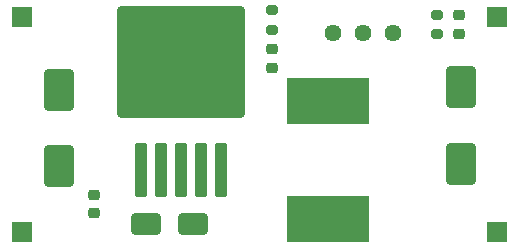
<source format=gbr>
%TF.GenerationSoftware,KiCad,Pcbnew,9.0.1*%
%TF.CreationDate,2025-11-29T01:29:33+04:00*%
%TF.ProjectId,BC-LM2596-ADJ,42432d4c-4d32-4353-9936-2d41444a2e6b,rev?*%
%TF.SameCoordinates,Original*%
%TF.FileFunction,Soldermask,Top*%
%TF.FilePolarity,Negative*%
%FSLAX46Y46*%
G04 Gerber Fmt 4.6, Leading zero omitted, Abs format (unit mm)*
G04 Created by KiCad (PCBNEW 9.0.1) date 2025-11-29 01:29:33*
%MOMM*%
%LPD*%
G01*
G04 APERTURE LIST*
G04 Aperture macros list*
%AMRoundRect*
0 Rectangle with rounded corners*
0 $1 Rounding radius*
0 $2 $3 $4 $5 $6 $7 $8 $9 X,Y pos of 4 corners*
0 Add a 4 corners polygon primitive as box body*
4,1,4,$2,$3,$4,$5,$6,$7,$8,$9,$2,$3,0*
0 Add four circle primitives for the rounded corners*
1,1,$1+$1,$2,$3*
1,1,$1+$1,$4,$5*
1,1,$1+$1,$6,$7*
1,1,$1+$1,$8,$9*
0 Add four rect primitives between the rounded corners*
20,1,$1+$1,$2,$3,$4,$5,0*
20,1,$1+$1,$4,$5,$6,$7,0*
20,1,$1+$1,$6,$7,$8,$9,0*
20,1,$1+$1,$8,$9,$2,$3,0*%
G04 Aperture macros list end*
%ADD10RoundRect,0.250000X1.000000X0.650000X-1.000000X0.650000X-1.000000X-0.650000X1.000000X-0.650000X0*%
%ADD11RoundRect,0.250000X-1.000000X1.500000X-1.000000X-1.500000X1.000000X-1.500000X1.000000X1.500000X0*%
%ADD12RoundRect,0.218750X0.256250X-0.218750X0.256250X0.218750X-0.256250X0.218750X-0.256250X-0.218750X0*%
%ADD13RoundRect,0.250000X0.300000X-2.050000X0.300000X2.050000X-0.300000X2.050000X-0.300000X-2.050000X0*%
%ADD14RoundRect,0.250002X5.149998X-4.449998X5.149998X4.449998X-5.149998X4.449998X-5.149998X-4.449998X0*%
%ADD15R,1.700000X1.700000*%
%ADD16C,1.440000*%
%ADD17RoundRect,0.225000X-0.250000X0.225000X-0.250000X-0.225000X0.250000X-0.225000X0.250000X0.225000X0*%
%ADD18RoundRect,0.200000X0.275000X-0.200000X0.275000X0.200000X-0.275000X0.200000X-0.275000X-0.200000X0*%
%ADD19RoundRect,0.225000X0.250000X-0.225000X0.250000X0.225000X-0.250000X0.225000X-0.250000X-0.225000X0*%
%ADD20RoundRect,0.200000X-0.275000X0.200000X-0.275000X-0.200000X0.275000X-0.200000X0.275000X0.200000X0*%
%ADD21R,7.000000X4.000000*%
G04 APERTURE END LIST*
D10*
%TO.C,D2*%
X105850000Y-88950000D03*
X101850000Y-88950000D03*
%TD*%
D11*
%TO.C,C3*%
X128500000Y-77342500D03*
X128500000Y-83842500D03*
%TD*%
D12*
%TO.C,D1*%
X128400000Y-72837500D03*
X128400000Y-71262500D03*
%TD*%
D13*
%TO.C,U1*%
X101450000Y-84350000D03*
X103150000Y-84350000D03*
X104850000Y-84350000D03*
D14*
X104850000Y-75200000D03*
D13*
X106550000Y-84350000D03*
X108250000Y-84350000D03*
%TD*%
D15*
%TO.C,J3*%
X131600000Y-71400000D03*
%TD*%
%TO.C,J4*%
X131600000Y-89600000D03*
%TD*%
%TO.C,J1*%
X91400000Y-71400000D03*
%TD*%
D16*
%TO.C,RV1*%
X122750000Y-72800000D03*
X120210000Y-72800000D03*
X117670000Y-72800000D03*
%TD*%
D17*
%TO.C,C2*%
X97500000Y-86475000D03*
X97500000Y-88025000D03*
%TD*%
D11*
%TO.C,C1*%
X94500000Y-77550000D03*
X94500000Y-84050000D03*
%TD*%
D18*
%TO.C,R1*%
X126500000Y-72875000D03*
X126500000Y-71225000D03*
%TD*%
D19*
%TO.C,C4*%
X112500000Y-75700000D03*
X112500000Y-74150000D03*
%TD*%
D15*
%TO.C,J2*%
X91400000Y-89600000D03*
%TD*%
D20*
%TO.C,R3*%
X112500000Y-70850000D03*
X112500000Y-72500000D03*
%TD*%
D21*
%TO.C,L1*%
X117300000Y-88550000D03*
X117300000Y-78550000D03*
%TD*%
M02*

</source>
